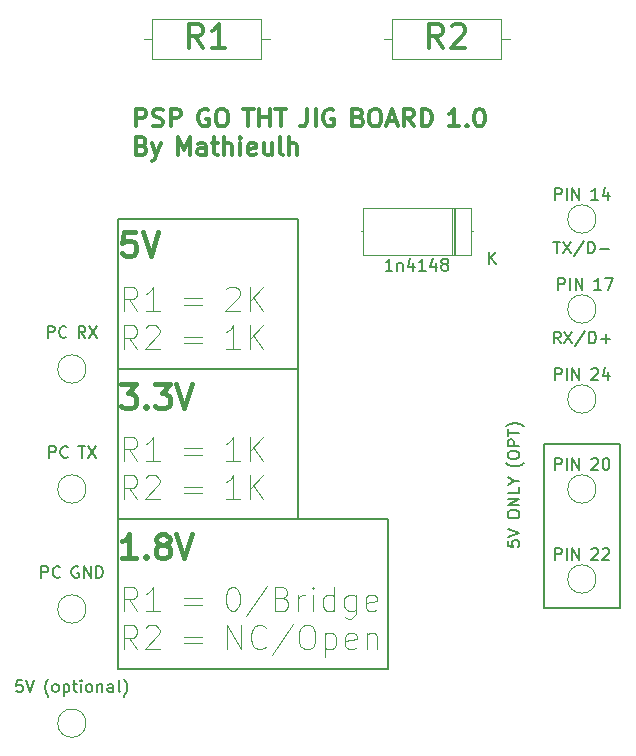
<source format=gbr>
%TF.GenerationSoftware,KiCad,Pcbnew,(7.0.0)*%
%TF.CreationDate,2023-08-25T11:49:27+02:00*%
%TF.ProjectId,JIG_THT,4a49475f-5448-4542-9e6b-696361645f70,rev?*%
%TF.SameCoordinates,Original*%
%TF.FileFunction,Legend,Top*%
%TF.FilePolarity,Positive*%
%FSLAX46Y46*%
G04 Gerber Fmt 4.6, Leading zero omitted, Abs format (unit mm)*
G04 Created by KiCad (PCBNEW (7.0.0)) date 2023-08-25 11:49:27*
%MOMM*%
%LPD*%
G01*
G04 APERTURE LIST*
%ADD10C,0.400000*%
%ADD11C,0.100000*%
%ADD12C,0.200000*%
%ADD13C,0.150000*%
%ADD14C,0.300000*%
%ADD15C,0.120000*%
G04 APERTURE END LIST*
D10*
X43523809Y-89664761D02*
X42380952Y-89664761D01*
X42952380Y-89664761D02*
X42952380Y-87664761D01*
X42952380Y-87664761D02*
X42761904Y-87950476D01*
X42761904Y-87950476D02*
X42571428Y-88140952D01*
X42571428Y-88140952D02*
X42380952Y-88236190D01*
X44380952Y-89474285D02*
X44476190Y-89569523D01*
X44476190Y-89569523D02*
X44380952Y-89664761D01*
X44380952Y-89664761D02*
X44285714Y-89569523D01*
X44285714Y-89569523D02*
X44380952Y-89474285D01*
X44380952Y-89474285D02*
X44380952Y-89664761D01*
X45619047Y-88521904D02*
X45428571Y-88426666D01*
X45428571Y-88426666D02*
X45333333Y-88331428D01*
X45333333Y-88331428D02*
X45238095Y-88140952D01*
X45238095Y-88140952D02*
X45238095Y-88045714D01*
X45238095Y-88045714D02*
X45333333Y-87855238D01*
X45333333Y-87855238D02*
X45428571Y-87760000D01*
X45428571Y-87760000D02*
X45619047Y-87664761D01*
X45619047Y-87664761D02*
X46000000Y-87664761D01*
X46000000Y-87664761D02*
X46190476Y-87760000D01*
X46190476Y-87760000D02*
X46285714Y-87855238D01*
X46285714Y-87855238D02*
X46380952Y-88045714D01*
X46380952Y-88045714D02*
X46380952Y-88140952D01*
X46380952Y-88140952D02*
X46285714Y-88331428D01*
X46285714Y-88331428D02*
X46190476Y-88426666D01*
X46190476Y-88426666D02*
X46000000Y-88521904D01*
X46000000Y-88521904D02*
X45619047Y-88521904D01*
X45619047Y-88521904D02*
X45428571Y-88617142D01*
X45428571Y-88617142D02*
X45333333Y-88712380D01*
X45333333Y-88712380D02*
X45238095Y-88902857D01*
X45238095Y-88902857D02*
X45238095Y-89283809D01*
X45238095Y-89283809D02*
X45333333Y-89474285D01*
X45333333Y-89474285D02*
X45428571Y-89569523D01*
X45428571Y-89569523D02*
X45619047Y-89664761D01*
X45619047Y-89664761D02*
X46000000Y-89664761D01*
X46000000Y-89664761D02*
X46190476Y-89569523D01*
X46190476Y-89569523D02*
X46285714Y-89474285D01*
X46285714Y-89474285D02*
X46380952Y-89283809D01*
X46380952Y-89283809D02*
X46380952Y-88902857D01*
X46380952Y-88902857D02*
X46285714Y-88712380D01*
X46285714Y-88712380D02*
X46190476Y-88617142D01*
X46190476Y-88617142D02*
X46000000Y-88521904D01*
X46952381Y-87664761D02*
X47619047Y-89664761D01*
X47619047Y-89664761D02*
X48285714Y-87664761D01*
D11*
X43619047Y-94114761D02*
X42952380Y-93162380D01*
X42476190Y-94114761D02*
X42476190Y-92114761D01*
X42476190Y-92114761D02*
X43238095Y-92114761D01*
X43238095Y-92114761D02*
X43428571Y-92210000D01*
X43428571Y-92210000D02*
X43523809Y-92305238D01*
X43523809Y-92305238D02*
X43619047Y-92495714D01*
X43619047Y-92495714D02*
X43619047Y-92781428D01*
X43619047Y-92781428D02*
X43523809Y-92971904D01*
X43523809Y-92971904D02*
X43428571Y-93067142D01*
X43428571Y-93067142D02*
X43238095Y-93162380D01*
X43238095Y-93162380D02*
X42476190Y-93162380D01*
X45523809Y-94114761D02*
X44380952Y-94114761D01*
X44952380Y-94114761D02*
X44952380Y-92114761D01*
X44952380Y-92114761D02*
X44761904Y-92400476D01*
X44761904Y-92400476D02*
X44571428Y-92590952D01*
X44571428Y-92590952D02*
X44380952Y-92686190D01*
X47580952Y-93067142D02*
X49104762Y-93067142D01*
X49104762Y-93638571D02*
X47580952Y-93638571D01*
X51638094Y-92114761D02*
X51828571Y-92114761D01*
X51828571Y-92114761D02*
X52019047Y-92210000D01*
X52019047Y-92210000D02*
X52114285Y-92305238D01*
X52114285Y-92305238D02*
X52209523Y-92495714D01*
X52209523Y-92495714D02*
X52304761Y-92876666D01*
X52304761Y-92876666D02*
X52304761Y-93352857D01*
X52304761Y-93352857D02*
X52209523Y-93733809D01*
X52209523Y-93733809D02*
X52114285Y-93924285D01*
X52114285Y-93924285D02*
X52019047Y-94019523D01*
X52019047Y-94019523D02*
X51828571Y-94114761D01*
X51828571Y-94114761D02*
X51638094Y-94114761D01*
X51638094Y-94114761D02*
X51447618Y-94019523D01*
X51447618Y-94019523D02*
X51352380Y-93924285D01*
X51352380Y-93924285D02*
X51257142Y-93733809D01*
X51257142Y-93733809D02*
X51161904Y-93352857D01*
X51161904Y-93352857D02*
X51161904Y-92876666D01*
X51161904Y-92876666D02*
X51257142Y-92495714D01*
X51257142Y-92495714D02*
X51352380Y-92305238D01*
X51352380Y-92305238D02*
X51447618Y-92210000D01*
X51447618Y-92210000D02*
X51638094Y-92114761D01*
X54590475Y-92019523D02*
X52876190Y-94590952D01*
X55923809Y-93067142D02*
X56209523Y-93162380D01*
X56209523Y-93162380D02*
X56304761Y-93257619D01*
X56304761Y-93257619D02*
X56399999Y-93448095D01*
X56399999Y-93448095D02*
X56399999Y-93733809D01*
X56399999Y-93733809D02*
X56304761Y-93924285D01*
X56304761Y-93924285D02*
X56209523Y-94019523D01*
X56209523Y-94019523D02*
X56019047Y-94114761D01*
X56019047Y-94114761D02*
X55257142Y-94114761D01*
X55257142Y-94114761D02*
X55257142Y-92114761D01*
X55257142Y-92114761D02*
X55923809Y-92114761D01*
X55923809Y-92114761D02*
X56114285Y-92210000D01*
X56114285Y-92210000D02*
X56209523Y-92305238D01*
X56209523Y-92305238D02*
X56304761Y-92495714D01*
X56304761Y-92495714D02*
X56304761Y-92686190D01*
X56304761Y-92686190D02*
X56209523Y-92876666D01*
X56209523Y-92876666D02*
X56114285Y-92971904D01*
X56114285Y-92971904D02*
X55923809Y-93067142D01*
X55923809Y-93067142D02*
X55257142Y-93067142D01*
X57257142Y-94114761D02*
X57257142Y-92781428D01*
X57257142Y-93162380D02*
X57352380Y-92971904D01*
X57352380Y-92971904D02*
X57447618Y-92876666D01*
X57447618Y-92876666D02*
X57638094Y-92781428D01*
X57638094Y-92781428D02*
X57828571Y-92781428D01*
X58495237Y-94114761D02*
X58495237Y-92781428D01*
X58495237Y-92114761D02*
X58399999Y-92210000D01*
X58399999Y-92210000D02*
X58495237Y-92305238D01*
X58495237Y-92305238D02*
X58590475Y-92210000D01*
X58590475Y-92210000D02*
X58495237Y-92114761D01*
X58495237Y-92114761D02*
X58495237Y-92305238D01*
X60304761Y-94114761D02*
X60304761Y-92114761D01*
X60304761Y-94019523D02*
X60114285Y-94114761D01*
X60114285Y-94114761D02*
X59733332Y-94114761D01*
X59733332Y-94114761D02*
X59542856Y-94019523D01*
X59542856Y-94019523D02*
X59447618Y-93924285D01*
X59447618Y-93924285D02*
X59352380Y-93733809D01*
X59352380Y-93733809D02*
X59352380Y-93162380D01*
X59352380Y-93162380D02*
X59447618Y-92971904D01*
X59447618Y-92971904D02*
X59542856Y-92876666D01*
X59542856Y-92876666D02*
X59733332Y-92781428D01*
X59733332Y-92781428D02*
X60114285Y-92781428D01*
X60114285Y-92781428D02*
X60304761Y-92876666D01*
X62114285Y-92781428D02*
X62114285Y-94400476D01*
X62114285Y-94400476D02*
X62019047Y-94590952D01*
X62019047Y-94590952D02*
X61923809Y-94686190D01*
X61923809Y-94686190D02*
X61733332Y-94781428D01*
X61733332Y-94781428D02*
X61447618Y-94781428D01*
X61447618Y-94781428D02*
X61257142Y-94686190D01*
X62114285Y-94019523D02*
X61923809Y-94114761D01*
X61923809Y-94114761D02*
X61542856Y-94114761D01*
X61542856Y-94114761D02*
X61352380Y-94019523D01*
X61352380Y-94019523D02*
X61257142Y-93924285D01*
X61257142Y-93924285D02*
X61161904Y-93733809D01*
X61161904Y-93733809D02*
X61161904Y-93162380D01*
X61161904Y-93162380D02*
X61257142Y-92971904D01*
X61257142Y-92971904D02*
X61352380Y-92876666D01*
X61352380Y-92876666D02*
X61542856Y-92781428D01*
X61542856Y-92781428D02*
X61923809Y-92781428D01*
X61923809Y-92781428D02*
X62114285Y-92876666D01*
X63828571Y-94019523D02*
X63638095Y-94114761D01*
X63638095Y-94114761D02*
X63257142Y-94114761D01*
X63257142Y-94114761D02*
X63066666Y-94019523D01*
X63066666Y-94019523D02*
X62971428Y-93829047D01*
X62971428Y-93829047D02*
X62971428Y-93067142D01*
X62971428Y-93067142D02*
X63066666Y-92876666D01*
X63066666Y-92876666D02*
X63257142Y-92781428D01*
X63257142Y-92781428D02*
X63638095Y-92781428D01*
X63638095Y-92781428D02*
X63828571Y-92876666D01*
X63828571Y-92876666D02*
X63923809Y-93067142D01*
X63923809Y-93067142D02*
X63923809Y-93257619D01*
X63923809Y-93257619D02*
X62971428Y-93448095D01*
X43619047Y-97354761D02*
X42952380Y-96402380D01*
X42476190Y-97354761D02*
X42476190Y-95354761D01*
X42476190Y-95354761D02*
X43238095Y-95354761D01*
X43238095Y-95354761D02*
X43428571Y-95450000D01*
X43428571Y-95450000D02*
X43523809Y-95545238D01*
X43523809Y-95545238D02*
X43619047Y-95735714D01*
X43619047Y-95735714D02*
X43619047Y-96021428D01*
X43619047Y-96021428D02*
X43523809Y-96211904D01*
X43523809Y-96211904D02*
X43428571Y-96307142D01*
X43428571Y-96307142D02*
X43238095Y-96402380D01*
X43238095Y-96402380D02*
X42476190Y-96402380D01*
X44380952Y-95545238D02*
X44476190Y-95450000D01*
X44476190Y-95450000D02*
X44666666Y-95354761D01*
X44666666Y-95354761D02*
X45142857Y-95354761D01*
X45142857Y-95354761D02*
X45333333Y-95450000D01*
X45333333Y-95450000D02*
X45428571Y-95545238D01*
X45428571Y-95545238D02*
X45523809Y-95735714D01*
X45523809Y-95735714D02*
X45523809Y-95926190D01*
X45523809Y-95926190D02*
X45428571Y-96211904D01*
X45428571Y-96211904D02*
X44285714Y-97354761D01*
X44285714Y-97354761D02*
X45523809Y-97354761D01*
X47580952Y-96307142D02*
X49104762Y-96307142D01*
X49104762Y-96878571D02*
X47580952Y-96878571D01*
X51257142Y-97354761D02*
X51257142Y-95354761D01*
X51257142Y-95354761D02*
X52399999Y-97354761D01*
X52399999Y-97354761D02*
X52399999Y-95354761D01*
X54495237Y-97164285D02*
X54399999Y-97259523D01*
X54399999Y-97259523D02*
X54114285Y-97354761D01*
X54114285Y-97354761D02*
X53923809Y-97354761D01*
X53923809Y-97354761D02*
X53638094Y-97259523D01*
X53638094Y-97259523D02*
X53447618Y-97069047D01*
X53447618Y-97069047D02*
X53352380Y-96878571D01*
X53352380Y-96878571D02*
X53257142Y-96497619D01*
X53257142Y-96497619D02*
X53257142Y-96211904D01*
X53257142Y-96211904D02*
X53352380Y-95830952D01*
X53352380Y-95830952D02*
X53447618Y-95640476D01*
X53447618Y-95640476D02*
X53638094Y-95450000D01*
X53638094Y-95450000D02*
X53923809Y-95354761D01*
X53923809Y-95354761D02*
X54114285Y-95354761D01*
X54114285Y-95354761D02*
X54399999Y-95450000D01*
X54399999Y-95450000D02*
X54495237Y-95545238D01*
X56780951Y-95259523D02*
X55066666Y-97830952D01*
X57828570Y-95354761D02*
X58209523Y-95354761D01*
X58209523Y-95354761D02*
X58399999Y-95450000D01*
X58399999Y-95450000D02*
X58590475Y-95640476D01*
X58590475Y-95640476D02*
X58685713Y-96021428D01*
X58685713Y-96021428D02*
X58685713Y-96688095D01*
X58685713Y-96688095D02*
X58590475Y-97069047D01*
X58590475Y-97069047D02*
X58399999Y-97259523D01*
X58399999Y-97259523D02*
X58209523Y-97354761D01*
X58209523Y-97354761D02*
X57828570Y-97354761D01*
X57828570Y-97354761D02*
X57638094Y-97259523D01*
X57638094Y-97259523D02*
X57447618Y-97069047D01*
X57447618Y-97069047D02*
X57352380Y-96688095D01*
X57352380Y-96688095D02*
X57352380Y-96021428D01*
X57352380Y-96021428D02*
X57447618Y-95640476D01*
X57447618Y-95640476D02*
X57638094Y-95450000D01*
X57638094Y-95450000D02*
X57828570Y-95354761D01*
X59542856Y-96021428D02*
X59542856Y-98021428D01*
X59542856Y-96116666D02*
X59733332Y-96021428D01*
X59733332Y-96021428D02*
X60114285Y-96021428D01*
X60114285Y-96021428D02*
X60304761Y-96116666D01*
X60304761Y-96116666D02*
X60399999Y-96211904D01*
X60399999Y-96211904D02*
X60495237Y-96402380D01*
X60495237Y-96402380D02*
X60495237Y-96973809D01*
X60495237Y-96973809D02*
X60399999Y-97164285D01*
X60399999Y-97164285D02*
X60304761Y-97259523D01*
X60304761Y-97259523D02*
X60114285Y-97354761D01*
X60114285Y-97354761D02*
X59733332Y-97354761D01*
X59733332Y-97354761D02*
X59542856Y-97259523D01*
X62114285Y-97259523D02*
X61923809Y-97354761D01*
X61923809Y-97354761D02*
X61542856Y-97354761D01*
X61542856Y-97354761D02*
X61352380Y-97259523D01*
X61352380Y-97259523D02*
X61257142Y-97069047D01*
X61257142Y-97069047D02*
X61257142Y-96307142D01*
X61257142Y-96307142D02*
X61352380Y-96116666D01*
X61352380Y-96116666D02*
X61542856Y-96021428D01*
X61542856Y-96021428D02*
X61923809Y-96021428D01*
X61923809Y-96021428D02*
X62114285Y-96116666D01*
X62114285Y-96116666D02*
X62209523Y-96307142D01*
X62209523Y-96307142D02*
X62209523Y-96497619D01*
X62209523Y-96497619D02*
X61257142Y-96688095D01*
X63066666Y-96021428D02*
X63066666Y-97354761D01*
X63066666Y-96211904D02*
X63161904Y-96116666D01*
X63161904Y-96116666D02*
X63352380Y-96021428D01*
X63352380Y-96021428D02*
X63638095Y-96021428D01*
X63638095Y-96021428D02*
X63828571Y-96116666D01*
X63828571Y-96116666D02*
X63923809Y-96307142D01*
X63923809Y-96307142D02*
X63923809Y-97354761D01*
D12*
X42000000Y-86360000D02*
X64860000Y-86360000D01*
X64860000Y-86360000D02*
X64860000Y-99060000D01*
X64860000Y-99060000D02*
X42000000Y-99060000D01*
X42000000Y-99060000D02*
X42000000Y-86360000D01*
X42000000Y-60960000D02*
X57240000Y-60960000D01*
X57240000Y-60960000D02*
X57240000Y-73660000D01*
X57240000Y-73660000D02*
X42000000Y-73660000D01*
X42000000Y-73660000D02*
X42000000Y-60960000D01*
X42000000Y-73660000D02*
X57240000Y-73660000D01*
X57240000Y-73660000D02*
X57240000Y-86360000D01*
X57240000Y-86360000D02*
X42000000Y-86360000D01*
X42000000Y-86360000D02*
X42000000Y-73660000D01*
X78090000Y-80000000D02*
X84470000Y-80000000D01*
X84470000Y-80000000D02*
X84470000Y-93900000D01*
X84470000Y-93900000D02*
X78090000Y-93900000D01*
X78090000Y-93900000D02*
X78090000Y-80000000D01*
X74982380Y-88185714D02*
X74982380Y-88661904D01*
X74982380Y-88661904D02*
X75458571Y-88709523D01*
X75458571Y-88709523D02*
X75410952Y-88661904D01*
X75410952Y-88661904D02*
X75363333Y-88566666D01*
X75363333Y-88566666D02*
X75363333Y-88328571D01*
X75363333Y-88328571D02*
X75410952Y-88233333D01*
X75410952Y-88233333D02*
X75458571Y-88185714D01*
X75458571Y-88185714D02*
X75553809Y-88138095D01*
X75553809Y-88138095D02*
X75791904Y-88138095D01*
X75791904Y-88138095D02*
X75887142Y-88185714D01*
X75887142Y-88185714D02*
X75934761Y-88233333D01*
X75934761Y-88233333D02*
X75982380Y-88328571D01*
X75982380Y-88328571D02*
X75982380Y-88566666D01*
X75982380Y-88566666D02*
X75934761Y-88661904D01*
X75934761Y-88661904D02*
X75887142Y-88709523D01*
X74982380Y-87852380D02*
X75982380Y-87519047D01*
X75982380Y-87519047D02*
X74982380Y-87185714D01*
X74982380Y-86061904D02*
X74982380Y-85871428D01*
X74982380Y-85871428D02*
X75030000Y-85776190D01*
X75030000Y-85776190D02*
X75125238Y-85680952D01*
X75125238Y-85680952D02*
X75315714Y-85633333D01*
X75315714Y-85633333D02*
X75649047Y-85633333D01*
X75649047Y-85633333D02*
X75839523Y-85680952D01*
X75839523Y-85680952D02*
X75934761Y-85776190D01*
X75934761Y-85776190D02*
X75982380Y-85871428D01*
X75982380Y-85871428D02*
X75982380Y-86061904D01*
X75982380Y-86061904D02*
X75934761Y-86157142D01*
X75934761Y-86157142D02*
X75839523Y-86252380D01*
X75839523Y-86252380D02*
X75649047Y-86299999D01*
X75649047Y-86299999D02*
X75315714Y-86299999D01*
X75315714Y-86299999D02*
X75125238Y-86252380D01*
X75125238Y-86252380D02*
X75030000Y-86157142D01*
X75030000Y-86157142D02*
X74982380Y-86061904D01*
X75982380Y-85204761D02*
X74982380Y-85204761D01*
X74982380Y-85204761D02*
X75982380Y-84633333D01*
X75982380Y-84633333D02*
X74982380Y-84633333D01*
X75982380Y-83680952D02*
X75982380Y-84157142D01*
X75982380Y-84157142D02*
X74982380Y-84157142D01*
X75506190Y-83157142D02*
X75982380Y-83157142D01*
X74982380Y-83490475D02*
X75506190Y-83157142D01*
X75506190Y-83157142D02*
X74982380Y-82823809D01*
X76363333Y-81604761D02*
X76315714Y-81652380D01*
X76315714Y-81652380D02*
X76172857Y-81747618D01*
X76172857Y-81747618D02*
X76077619Y-81795237D01*
X76077619Y-81795237D02*
X75934761Y-81842856D01*
X75934761Y-81842856D02*
X75696666Y-81890475D01*
X75696666Y-81890475D02*
X75506190Y-81890475D01*
X75506190Y-81890475D02*
X75268095Y-81842856D01*
X75268095Y-81842856D02*
X75125238Y-81795237D01*
X75125238Y-81795237D02*
X75030000Y-81747618D01*
X75030000Y-81747618D02*
X74887142Y-81652380D01*
X74887142Y-81652380D02*
X74839523Y-81604761D01*
X74982380Y-81033332D02*
X74982380Y-80842856D01*
X74982380Y-80842856D02*
X75030000Y-80747618D01*
X75030000Y-80747618D02*
X75125238Y-80652380D01*
X75125238Y-80652380D02*
X75315714Y-80604761D01*
X75315714Y-80604761D02*
X75649047Y-80604761D01*
X75649047Y-80604761D02*
X75839523Y-80652380D01*
X75839523Y-80652380D02*
X75934761Y-80747618D01*
X75934761Y-80747618D02*
X75982380Y-80842856D01*
X75982380Y-80842856D02*
X75982380Y-81033332D01*
X75982380Y-81033332D02*
X75934761Y-81128570D01*
X75934761Y-81128570D02*
X75839523Y-81223808D01*
X75839523Y-81223808D02*
X75649047Y-81271427D01*
X75649047Y-81271427D02*
X75315714Y-81271427D01*
X75315714Y-81271427D02*
X75125238Y-81223808D01*
X75125238Y-81223808D02*
X75030000Y-81128570D01*
X75030000Y-81128570D02*
X74982380Y-81033332D01*
X75982380Y-80176189D02*
X74982380Y-80176189D01*
X74982380Y-80176189D02*
X74982380Y-79795237D01*
X74982380Y-79795237D02*
X75030000Y-79699999D01*
X75030000Y-79699999D02*
X75077619Y-79652380D01*
X75077619Y-79652380D02*
X75172857Y-79604761D01*
X75172857Y-79604761D02*
X75315714Y-79604761D01*
X75315714Y-79604761D02*
X75410952Y-79652380D01*
X75410952Y-79652380D02*
X75458571Y-79699999D01*
X75458571Y-79699999D02*
X75506190Y-79795237D01*
X75506190Y-79795237D02*
X75506190Y-80176189D01*
X74982380Y-79319046D02*
X74982380Y-78747618D01*
X75982380Y-79033332D02*
X74982380Y-79033332D01*
X76363333Y-78509522D02*
X76315714Y-78461903D01*
X76315714Y-78461903D02*
X76172857Y-78366665D01*
X76172857Y-78366665D02*
X76077619Y-78319046D01*
X76077619Y-78319046D02*
X75934761Y-78271427D01*
X75934761Y-78271427D02*
X75696666Y-78223808D01*
X75696666Y-78223808D02*
X75506190Y-78223808D01*
X75506190Y-78223808D02*
X75268095Y-78271427D01*
X75268095Y-78271427D02*
X75125238Y-78319046D01*
X75125238Y-78319046D02*
X75030000Y-78366665D01*
X75030000Y-78366665D02*
X74887142Y-78461903D01*
X74887142Y-78461903D02*
X74839523Y-78509522D01*
D13*
X78875238Y-62867380D02*
X79446666Y-62867380D01*
X79160952Y-63867380D02*
X79160952Y-62867380D01*
X79684762Y-62867380D02*
X80351428Y-63867380D01*
X80351428Y-62867380D02*
X79684762Y-63867380D01*
X81446666Y-62819761D02*
X80589524Y-64105476D01*
X81780000Y-63867380D02*
X81780000Y-62867380D01*
X81780000Y-62867380D02*
X82018095Y-62867380D01*
X82018095Y-62867380D02*
X82160952Y-62915000D01*
X82160952Y-62915000D02*
X82256190Y-63010238D01*
X82256190Y-63010238D02*
X82303809Y-63105476D01*
X82303809Y-63105476D02*
X82351428Y-63295952D01*
X82351428Y-63295952D02*
X82351428Y-63438809D01*
X82351428Y-63438809D02*
X82303809Y-63629285D01*
X82303809Y-63629285D02*
X82256190Y-63724523D01*
X82256190Y-63724523D02*
X82160952Y-63819761D01*
X82160952Y-63819761D02*
X82018095Y-63867380D01*
X82018095Y-63867380D02*
X81780000Y-63867380D01*
X82780000Y-63486428D02*
X83541905Y-63486428D01*
D11*
X43619047Y-68714761D02*
X42952380Y-67762380D01*
X42476190Y-68714761D02*
X42476190Y-66714761D01*
X42476190Y-66714761D02*
X43238095Y-66714761D01*
X43238095Y-66714761D02*
X43428571Y-66810000D01*
X43428571Y-66810000D02*
X43523809Y-66905238D01*
X43523809Y-66905238D02*
X43619047Y-67095714D01*
X43619047Y-67095714D02*
X43619047Y-67381428D01*
X43619047Y-67381428D02*
X43523809Y-67571904D01*
X43523809Y-67571904D02*
X43428571Y-67667142D01*
X43428571Y-67667142D02*
X43238095Y-67762380D01*
X43238095Y-67762380D02*
X42476190Y-67762380D01*
X45523809Y-68714761D02*
X44380952Y-68714761D01*
X44952380Y-68714761D02*
X44952380Y-66714761D01*
X44952380Y-66714761D02*
X44761904Y-67000476D01*
X44761904Y-67000476D02*
X44571428Y-67190952D01*
X44571428Y-67190952D02*
X44380952Y-67286190D01*
X47580952Y-67667142D02*
X49104762Y-67667142D01*
X49104762Y-68238571D02*
X47580952Y-68238571D01*
X51161904Y-66905238D02*
X51257142Y-66810000D01*
X51257142Y-66810000D02*
X51447618Y-66714761D01*
X51447618Y-66714761D02*
X51923809Y-66714761D01*
X51923809Y-66714761D02*
X52114285Y-66810000D01*
X52114285Y-66810000D02*
X52209523Y-66905238D01*
X52209523Y-66905238D02*
X52304761Y-67095714D01*
X52304761Y-67095714D02*
X52304761Y-67286190D01*
X52304761Y-67286190D02*
X52209523Y-67571904D01*
X52209523Y-67571904D02*
X51066666Y-68714761D01*
X51066666Y-68714761D02*
X52304761Y-68714761D01*
X53161904Y-68714761D02*
X53161904Y-66714761D01*
X54304761Y-68714761D02*
X53447618Y-67571904D01*
X54304761Y-66714761D02*
X53161904Y-67857619D01*
X43619047Y-71954761D02*
X42952380Y-71002380D01*
X42476190Y-71954761D02*
X42476190Y-69954761D01*
X42476190Y-69954761D02*
X43238095Y-69954761D01*
X43238095Y-69954761D02*
X43428571Y-70050000D01*
X43428571Y-70050000D02*
X43523809Y-70145238D01*
X43523809Y-70145238D02*
X43619047Y-70335714D01*
X43619047Y-70335714D02*
X43619047Y-70621428D01*
X43619047Y-70621428D02*
X43523809Y-70811904D01*
X43523809Y-70811904D02*
X43428571Y-70907142D01*
X43428571Y-70907142D02*
X43238095Y-71002380D01*
X43238095Y-71002380D02*
X42476190Y-71002380D01*
X44380952Y-70145238D02*
X44476190Y-70050000D01*
X44476190Y-70050000D02*
X44666666Y-69954761D01*
X44666666Y-69954761D02*
X45142857Y-69954761D01*
X45142857Y-69954761D02*
X45333333Y-70050000D01*
X45333333Y-70050000D02*
X45428571Y-70145238D01*
X45428571Y-70145238D02*
X45523809Y-70335714D01*
X45523809Y-70335714D02*
X45523809Y-70526190D01*
X45523809Y-70526190D02*
X45428571Y-70811904D01*
X45428571Y-70811904D02*
X44285714Y-71954761D01*
X44285714Y-71954761D02*
X45523809Y-71954761D01*
X47580952Y-70907142D02*
X49104762Y-70907142D01*
X49104762Y-71478571D02*
X47580952Y-71478571D01*
X52304761Y-71954761D02*
X51161904Y-71954761D01*
X51733332Y-71954761D02*
X51733332Y-69954761D01*
X51733332Y-69954761D02*
X51542856Y-70240476D01*
X51542856Y-70240476D02*
X51352380Y-70430952D01*
X51352380Y-70430952D02*
X51161904Y-70526190D01*
X53161904Y-71954761D02*
X53161904Y-69954761D01*
X54304761Y-71954761D02*
X53447618Y-70811904D01*
X54304761Y-69954761D02*
X53161904Y-71097619D01*
D13*
X79470476Y-71487380D02*
X79137143Y-71011190D01*
X78899048Y-71487380D02*
X78899048Y-70487380D01*
X78899048Y-70487380D02*
X79280000Y-70487380D01*
X79280000Y-70487380D02*
X79375238Y-70535000D01*
X79375238Y-70535000D02*
X79422857Y-70582619D01*
X79422857Y-70582619D02*
X79470476Y-70677857D01*
X79470476Y-70677857D02*
X79470476Y-70820714D01*
X79470476Y-70820714D02*
X79422857Y-70915952D01*
X79422857Y-70915952D02*
X79375238Y-70963571D01*
X79375238Y-70963571D02*
X79280000Y-71011190D01*
X79280000Y-71011190D02*
X78899048Y-71011190D01*
X79803810Y-70487380D02*
X80470476Y-71487380D01*
X80470476Y-70487380D02*
X79803810Y-71487380D01*
X81565714Y-70439761D02*
X80708572Y-71725476D01*
X81899048Y-71487380D02*
X81899048Y-70487380D01*
X81899048Y-70487380D02*
X82137143Y-70487380D01*
X82137143Y-70487380D02*
X82280000Y-70535000D01*
X82280000Y-70535000D02*
X82375238Y-70630238D01*
X82375238Y-70630238D02*
X82422857Y-70725476D01*
X82422857Y-70725476D02*
X82470476Y-70915952D01*
X82470476Y-70915952D02*
X82470476Y-71058809D01*
X82470476Y-71058809D02*
X82422857Y-71249285D01*
X82422857Y-71249285D02*
X82375238Y-71344523D01*
X82375238Y-71344523D02*
X82280000Y-71439761D01*
X82280000Y-71439761D02*
X82137143Y-71487380D01*
X82137143Y-71487380D02*
X81899048Y-71487380D01*
X82899048Y-71106428D02*
X83660953Y-71106428D01*
X83280000Y-71487380D02*
X83280000Y-70725476D01*
D11*
X43619047Y-81414761D02*
X42952380Y-80462380D01*
X42476190Y-81414761D02*
X42476190Y-79414761D01*
X42476190Y-79414761D02*
X43238095Y-79414761D01*
X43238095Y-79414761D02*
X43428571Y-79510000D01*
X43428571Y-79510000D02*
X43523809Y-79605238D01*
X43523809Y-79605238D02*
X43619047Y-79795714D01*
X43619047Y-79795714D02*
X43619047Y-80081428D01*
X43619047Y-80081428D02*
X43523809Y-80271904D01*
X43523809Y-80271904D02*
X43428571Y-80367142D01*
X43428571Y-80367142D02*
X43238095Y-80462380D01*
X43238095Y-80462380D02*
X42476190Y-80462380D01*
X45523809Y-81414761D02*
X44380952Y-81414761D01*
X44952380Y-81414761D02*
X44952380Y-79414761D01*
X44952380Y-79414761D02*
X44761904Y-79700476D01*
X44761904Y-79700476D02*
X44571428Y-79890952D01*
X44571428Y-79890952D02*
X44380952Y-79986190D01*
X47580952Y-80367142D02*
X49104762Y-80367142D01*
X49104762Y-80938571D02*
X47580952Y-80938571D01*
X52304761Y-81414761D02*
X51161904Y-81414761D01*
X51733332Y-81414761D02*
X51733332Y-79414761D01*
X51733332Y-79414761D02*
X51542856Y-79700476D01*
X51542856Y-79700476D02*
X51352380Y-79890952D01*
X51352380Y-79890952D02*
X51161904Y-79986190D01*
X53161904Y-81414761D02*
X53161904Y-79414761D01*
X54304761Y-81414761D02*
X53447618Y-80271904D01*
X54304761Y-79414761D02*
X53161904Y-80557619D01*
X43619047Y-84654761D02*
X42952380Y-83702380D01*
X42476190Y-84654761D02*
X42476190Y-82654761D01*
X42476190Y-82654761D02*
X43238095Y-82654761D01*
X43238095Y-82654761D02*
X43428571Y-82750000D01*
X43428571Y-82750000D02*
X43523809Y-82845238D01*
X43523809Y-82845238D02*
X43619047Y-83035714D01*
X43619047Y-83035714D02*
X43619047Y-83321428D01*
X43619047Y-83321428D02*
X43523809Y-83511904D01*
X43523809Y-83511904D02*
X43428571Y-83607142D01*
X43428571Y-83607142D02*
X43238095Y-83702380D01*
X43238095Y-83702380D02*
X42476190Y-83702380D01*
X44380952Y-82845238D02*
X44476190Y-82750000D01*
X44476190Y-82750000D02*
X44666666Y-82654761D01*
X44666666Y-82654761D02*
X45142857Y-82654761D01*
X45142857Y-82654761D02*
X45333333Y-82750000D01*
X45333333Y-82750000D02*
X45428571Y-82845238D01*
X45428571Y-82845238D02*
X45523809Y-83035714D01*
X45523809Y-83035714D02*
X45523809Y-83226190D01*
X45523809Y-83226190D02*
X45428571Y-83511904D01*
X45428571Y-83511904D02*
X44285714Y-84654761D01*
X44285714Y-84654761D02*
X45523809Y-84654761D01*
X47580952Y-83607142D02*
X49104762Y-83607142D01*
X49104762Y-84178571D02*
X47580952Y-84178571D01*
X52304761Y-84654761D02*
X51161904Y-84654761D01*
X51733332Y-84654761D02*
X51733332Y-82654761D01*
X51733332Y-82654761D02*
X51542856Y-82940476D01*
X51542856Y-82940476D02*
X51352380Y-83130952D01*
X51352380Y-83130952D02*
X51161904Y-83226190D01*
X53161904Y-84654761D02*
X53161904Y-82654761D01*
X54304761Y-84654761D02*
X53447618Y-83511904D01*
X54304761Y-82654761D02*
X53161904Y-83797619D01*
D10*
X42285714Y-74964761D02*
X43523809Y-74964761D01*
X43523809Y-74964761D02*
X42857142Y-75726666D01*
X42857142Y-75726666D02*
X43142857Y-75726666D01*
X43142857Y-75726666D02*
X43333333Y-75821904D01*
X43333333Y-75821904D02*
X43428571Y-75917142D01*
X43428571Y-75917142D02*
X43523809Y-76107619D01*
X43523809Y-76107619D02*
X43523809Y-76583809D01*
X43523809Y-76583809D02*
X43428571Y-76774285D01*
X43428571Y-76774285D02*
X43333333Y-76869523D01*
X43333333Y-76869523D02*
X43142857Y-76964761D01*
X43142857Y-76964761D02*
X42571428Y-76964761D01*
X42571428Y-76964761D02*
X42380952Y-76869523D01*
X42380952Y-76869523D02*
X42285714Y-76774285D01*
X44380952Y-76774285D02*
X44476190Y-76869523D01*
X44476190Y-76869523D02*
X44380952Y-76964761D01*
X44380952Y-76964761D02*
X44285714Y-76869523D01*
X44285714Y-76869523D02*
X44380952Y-76774285D01*
X44380952Y-76774285D02*
X44380952Y-76964761D01*
X45142857Y-74964761D02*
X46380952Y-74964761D01*
X46380952Y-74964761D02*
X45714285Y-75726666D01*
X45714285Y-75726666D02*
X46000000Y-75726666D01*
X46000000Y-75726666D02*
X46190476Y-75821904D01*
X46190476Y-75821904D02*
X46285714Y-75917142D01*
X46285714Y-75917142D02*
X46380952Y-76107619D01*
X46380952Y-76107619D02*
X46380952Y-76583809D01*
X46380952Y-76583809D02*
X46285714Y-76774285D01*
X46285714Y-76774285D02*
X46190476Y-76869523D01*
X46190476Y-76869523D02*
X46000000Y-76964761D01*
X46000000Y-76964761D02*
X45428571Y-76964761D01*
X45428571Y-76964761D02*
X45238095Y-76869523D01*
X45238095Y-76869523D02*
X45142857Y-76774285D01*
X46952381Y-74964761D02*
X47619047Y-76964761D01*
X47619047Y-76964761D02*
X48285714Y-74964761D01*
D14*
X43537142Y-53123571D02*
X43537142Y-51623571D01*
X43537142Y-51623571D02*
X44108571Y-51623571D01*
X44108571Y-51623571D02*
X44251428Y-51695000D01*
X44251428Y-51695000D02*
X44322857Y-51766428D01*
X44322857Y-51766428D02*
X44394285Y-51909285D01*
X44394285Y-51909285D02*
X44394285Y-52123571D01*
X44394285Y-52123571D02*
X44322857Y-52266428D01*
X44322857Y-52266428D02*
X44251428Y-52337857D01*
X44251428Y-52337857D02*
X44108571Y-52409285D01*
X44108571Y-52409285D02*
X43537142Y-52409285D01*
X44965714Y-53052142D02*
X45180000Y-53123571D01*
X45180000Y-53123571D02*
X45537142Y-53123571D01*
X45537142Y-53123571D02*
X45680000Y-53052142D01*
X45680000Y-53052142D02*
X45751428Y-52980714D01*
X45751428Y-52980714D02*
X45822857Y-52837857D01*
X45822857Y-52837857D02*
X45822857Y-52695000D01*
X45822857Y-52695000D02*
X45751428Y-52552142D01*
X45751428Y-52552142D02*
X45680000Y-52480714D01*
X45680000Y-52480714D02*
X45537142Y-52409285D01*
X45537142Y-52409285D02*
X45251428Y-52337857D01*
X45251428Y-52337857D02*
X45108571Y-52266428D01*
X45108571Y-52266428D02*
X45037142Y-52195000D01*
X45037142Y-52195000D02*
X44965714Y-52052142D01*
X44965714Y-52052142D02*
X44965714Y-51909285D01*
X44965714Y-51909285D02*
X45037142Y-51766428D01*
X45037142Y-51766428D02*
X45108571Y-51695000D01*
X45108571Y-51695000D02*
X45251428Y-51623571D01*
X45251428Y-51623571D02*
X45608571Y-51623571D01*
X45608571Y-51623571D02*
X45822857Y-51695000D01*
X46465713Y-53123571D02*
X46465713Y-51623571D01*
X46465713Y-51623571D02*
X47037142Y-51623571D01*
X47037142Y-51623571D02*
X47179999Y-51695000D01*
X47179999Y-51695000D02*
X47251428Y-51766428D01*
X47251428Y-51766428D02*
X47322856Y-51909285D01*
X47322856Y-51909285D02*
X47322856Y-52123571D01*
X47322856Y-52123571D02*
X47251428Y-52266428D01*
X47251428Y-52266428D02*
X47179999Y-52337857D01*
X47179999Y-52337857D02*
X47037142Y-52409285D01*
X47037142Y-52409285D02*
X46465713Y-52409285D01*
X49651428Y-51695000D02*
X49508571Y-51623571D01*
X49508571Y-51623571D02*
X49294285Y-51623571D01*
X49294285Y-51623571D02*
X49079999Y-51695000D01*
X49079999Y-51695000D02*
X48937142Y-51837857D01*
X48937142Y-51837857D02*
X48865713Y-51980714D01*
X48865713Y-51980714D02*
X48794285Y-52266428D01*
X48794285Y-52266428D02*
X48794285Y-52480714D01*
X48794285Y-52480714D02*
X48865713Y-52766428D01*
X48865713Y-52766428D02*
X48937142Y-52909285D01*
X48937142Y-52909285D02*
X49079999Y-53052142D01*
X49079999Y-53052142D02*
X49294285Y-53123571D01*
X49294285Y-53123571D02*
X49437142Y-53123571D01*
X49437142Y-53123571D02*
X49651428Y-53052142D01*
X49651428Y-53052142D02*
X49722856Y-52980714D01*
X49722856Y-52980714D02*
X49722856Y-52480714D01*
X49722856Y-52480714D02*
X49437142Y-52480714D01*
X50651428Y-51623571D02*
X50937142Y-51623571D01*
X50937142Y-51623571D02*
X51079999Y-51695000D01*
X51079999Y-51695000D02*
X51222856Y-51837857D01*
X51222856Y-51837857D02*
X51294285Y-52123571D01*
X51294285Y-52123571D02*
X51294285Y-52623571D01*
X51294285Y-52623571D02*
X51222856Y-52909285D01*
X51222856Y-52909285D02*
X51079999Y-53052142D01*
X51079999Y-53052142D02*
X50937142Y-53123571D01*
X50937142Y-53123571D02*
X50651428Y-53123571D01*
X50651428Y-53123571D02*
X50508571Y-53052142D01*
X50508571Y-53052142D02*
X50365713Y-52909285D01*
X50365713Y-52909285D02*
X50294285Y-52623571D01*
X50294285Y-52623571D02*
X50294285Y-52123571D01*
X50294285Y-52123571D02*
X50365713Y-51837857D01*
X50365713Y-51837857D02*
X50508571Y-51695000D01*
X50508571Y-51695000D02*
X50651428Y-51623571D01*
X52622857Y-51623571D02*
X53480000Y-51623571D01*
X53051428Y-53123571D02*
X53051428Y-51623571D01*
X53979999Y-53123571D02*
X53979999Y-51623571D01*
X53979999Y-52337857D02*
X54837142Y-52337857D01*
X54837142Y-53123571D02*
X54837142Y-51623571D01*
X55337143Y-51623571D02*
X56194286Y-51623571D01*
X55765714Y-53123571D02*
X55765714Y-51623571D01*
X58022857Y-51623571D02*
X58022857Y-52695000D01*
X58022857Y-52695000D02*
X57951428Y-52909285D01*
X57951428Y-52909285D02*
X57808571Y-53052142D01*
X57808571Y-53052142D02*
X57594285Y-53123571D01*
X57594285Y-53123571D02*
X57451428Y-53123571D01*
X58737142Y-53123571D02*
X58737142Y-51623571D01*
X60237143Y-51695000D02*
X60094286Y-51623571D01*
X60094286Y-51623571D02*
X59880000Y-51623571D01*
X59880000Y-51623571D02*
X59665714Y-51695000D01*
X59665714Y-51695000D02*
X59522857Y-51837857D01*
X59522857Y-51837857D02*
X59451428Y-51980714D01*
X59451428Y-51980714D02*
X59380000Y-52266428D01*
X59380000Y-52266428D02*
X59380000Y-52480714D01*
X59380000Y-52480714D02*
X59451428Y-52766428D01*
X59451428Y-52766428D02*
X59522857Y-52909285D01*
X59522857Y-52909285D02*
X59665714Y-53052142D01*
X59665714Y-53052142D02*
X59880000Y-53123571D01*
X59880000Y-53123571D02*
X60022857Y-53123571D01*
X60022857Y-53123571D02*
X60237143Y-53052142D01*
X60237143Y-53052142D02*
X60308571Y-52980714D01*
X60308571Y-52980714D02*
X60308571Y-52480714D01*
X60308571Y-52480714D02*
X60022857Y-52480714D01*
X62351428Y-52337857D02*
X62565714Y-52409285D01*
X62565714Y-52409285D02*
X62637143Y-52480714D01*
X62637143Y-52480714D02*
X62708571Y-52623571D01*
X62708571Y-52623571D02*
X62708571Y-52837857D01*
X62708571Y-52837857D02*
X62637143Y-52980714D01*
X62637143Y-52980714D02*
X62565714Y-53052142D01*
X62565714Y-53052142D02*
X62422857Y-53123571D01*
X62422857Y-53123571D02*
X61851428Y-53123571D01*
X61851428Y-53123571D02*
X61851428Y-51623571D01*
X61851428Y-51623571D02*
X62351428Y-51623571D01*
X62351428Y-51623571D02*
X62494286Y-51695000D01*
X62494286Y-51695000D02*
X62565714Y-51766428D01*
X62565714Y-51766428D02*
X62637143Y-51909285D01*
X62637143Y-51909285D02*
X62637143Y-52052142D01*
X62637143Y-52052142D02*
X62565714Y-52195000D01*
X62565714Y-52195000D02*
X62494286Y-52266428D01*
X62494286Y-52266428D02*
X62351428Y-52337857D01*
X62351428Y-52337857D02*
X61851428Y-52337857D01*
X63637143Y-51623571D02*
X63922857Y-51623571D01*
X63922857Y-51623571D02*
X64065714Y-51695000D01*
X64065714Y-51695000D02*
X64208571Y-51837857D01*
X64208571Y-51837857D02*
X64280000Y-52123571D01*
X64280000Y-52123571D02*
X64280000Y-52623571D01*
X64280000Y-52623571D02*
X64208571Y-52909285D01*
X64208571Y-52909285D02*
X64065714Y-53052142D01*
X64065714Y-53052142D02*
X63922857Y-53123571D01*
X63922857Y-53123571D02*
X63637143Y-53123571D01*
X63637143Y-53123571D02*
X63494286Y-53052142D01*
X63494286Y-53052142D02*
X63351428Y-52909285D01*
X63351428Y-52909285D02*
X63280000Y-52623571D01*
X63280000Y-52623571D02*
X63280000Y-52123571D01*
X63280000Y-52123571D02*
X63351428Y-51837857D01*
X63351428Y-51837857D02*
X63494286Y-51695000D01*
X63494286Y-51695000D02*
X63637143Y-51623571D01*
X64851429Y-52695000D02*
X65565715Y-52695000D01*
X64708572Y-53123571D02*
X65208572Y-51623571D01*
X65208572Y-51623571D02*
X65708572Y-53123571D01*
X67065714Y-53123571D02*
X66565714Y-52409285D01*
X66208571Y-53123571D02*
X66208571Y-51623571D01*
X66208571Y-51623571D02*
X66780000Y-51623571D01*
X66780000Y-51623571D02*
X66922857Y-51695000D01*
X66922857Y-51695000D02*
X66994286Y-51766428D01*
X66994286Y-51766428D02*
X67065714Y-51909285D01*
X67065714Y-51909285D02*
X67065714Y-52123571D01*
X67065714Y-52123571D02*
X66994286Y-52266428D01*
X66994286Y-52266428D02*
X66922857Y-52337857D01*
X66922857Y-52337857D02*
X66780000Y-52409285D01*
X66780000Y-52409285D02*
X66208571Y-52409285D01*
X67708571Y-53123571D02*
X67708571Y-51623571D01*
X67708571Y-51623571D02*
X68065714Y-51623571D01*
X68065714Y-51623571D02*
X68280000Y-51695000D01*
X68280000Y-51695000D02*
X68422857Y-51837857D01*
X68422857Y-51837857D02*
X68494286Y-51980714D01*
X68494286Y-51980714D02*
X68565714Y-52266428D01*
X68565714Y-52266428D02*
X68565714Y-52480714D01*
X68565714Y-52480714D02*
X68494286Y-52766428D01*
X68494286Y-52766428D02*
X68422857Y-52909285D01*
X68422857Y-52909285D02*
X68280000Y-53052142D01*
X68280000Y-53052142D02*
X68065714Y-53123571D01*
X68065714Y-53123571D02*
X67708571Y-53123571D01*
X70894286Y-53123571D02*
X70037143Y-53123571D01*
X70465714Y-53123571D02*
X70465714Y-51623571D01*
X70465714Y-51623571D02*
X70322857Y-51837857D01*
X70322857Y-51837857D02*
X70180000Y-51980714D01*
X70180000Y-51980714D02*
X70037143Y-52052142D01*
X71537142Y-52980714D02*
X71608571Y-53052142D01*
X71608571Y-53052142D02*
X71537142Y-53123571D01*
X71537142Y-53123571D02*
X71465714Y-53052142D01*
X71465714Y-53052142D02*
X71537142Y-52980714D01*
X71537142Y-52980714D02*
X71537142Y-53123571D01*
X72537143Y-51623571D02*
X72680000Y-51623571D01*
X72680000Y-51623571D02*
X72822857Y-51695000D01*
X72822857Y-51695000D02*
X72894286Y-51766428D01*
X72894286Y-51766428D02*
X72965714Y-51909285D01*
X72965714Y-51909285D02*
X73037143Y-52195000D01*
X73037143Y-52195000D02*
X73037143Y-52552142D01*
X73037143Y-52552142D02*
X72965714Y-52837857D01*
X72965714Y-52837857D02*
X72894286Y-52980714D01*
X72894286Y-52980714D02*
X72822857Y-53052142D01*
X72822857Y-53052142D02*
X72680000Y-53123571D01*
X72680000Y-53123571D02*
X72537143Y-53123571D01*
X72537143Y-53123571D02*
X72394286Y-53052142D01*
X72394286Y-53052142D02*
X72322857Y-52980714D01*
X72322857Y-52980714D02*
X72251428Y-52837857D01*
X72251428Y-52837857D02*
X72180000Y-52552142D01*
X72180000Y-52552142D02*
X72180000Y-52195000D01*
X72180000Y-52195000D02*
X72251428Y-51909285D01*
X72251428Y-51909285D02*
X72322857Y-51766428D01*
X72322857Y-51766428D02*
X72394286Y-51695000D01*
X72394286Y-51695000D02*
X72537143Y-51623571D01*
X44037142Y-54767857D02*
X44251428Y-54839285D01*
X44251428Y-54839285D02*
X44322857Y-54910714D01*
X44322857Y-54910714D02*
X44394285Y-55053571D01*
X44394285Y-55053571D02*
X44394285Y-55267857D01*
X44394285Y-55267857D02*
X44322857Y-55410714D01*
X44322857Y-55410714D02*
X44251428Y-55482142D01*
X44251428Y-55482142D02*
X44108571Y-55553571D01*
X44108571Y-55553571D02*
X43537142Y-55553571D01*
X43537142Y-55553571D02*
X43537142Y-54053571D01*
X43537142Y-54053571D02*
X44037142Y-54053571D01*
X44037142Y-54053571D02*
X44180000Y-54125000D01*
X44180000Y-54125000D02*
X44251428Y-54196428D01*
X44251428Y-54196428D02*
X44322857Y-54339285D01*
X44322857Y-54339285D02*
X44322857Y-54482142D01*
X44322857Y-54482142D02*
X44251428Y-54625000D01*
X44251428Y-54625000D02*
X44180000Y-54696428D01*
X44180000Y-54696428D02*
X44037142Y-54767857D01*
X44037142Y-54767857D02*
X43537142Y-54767857D01*
X44894285Y-54553571D02*
X45251428Y-55553571D01*
X45608571Y-54553571D02*
X45251428Y-55553571D01*
X45251428Y-55553571D02*
X45108571Y-55910714D01*
X45108571Y-55910714D02*
X45037142Y-55982142D01*
X45037142Y-55982142D02*
X44894285Y-56053571D01*
X47079999Y-55553571D02*
X47079999Y-54053571D01*
X47079999Y-54053571D02*
X47579999Y-55125000D01*
X47579999Y-55125000D02*
X48079999Y-54053571D01*
X48079999Y-54053571D02*
X48079999Y-55553571D01*
X49437143Y-55553571D02*
X49437143Y-54767857D01*
X49437143Y-54767857D02*
X49365714Y-54625000D01*
X49365714Y-54625000D02*
X49222857Y-54553571D01*
X49222857Y-54553571D02*
X48937143Y-54553571D01*
X48937143Y-54553571D02*
X48794285Y-54625000D01*
X49437143Y-55482142D02*
X49294285Y-55553571D01*
X49294285Y-55553571D02*
X48937143Y-55553571D01*
X48937143Y-55553571D02*
X48794285Y-55482142D01*
X48794285Y-55482142D02*
X48722857Y-55339285D01*
X48722857Y-55339285D02*
X48722857Y-55196428D01*
X48722857Y-55196428D02*
X48794285Y-55053571D01*
X48794285Y-55053571D02*
X48937143Y-54982142D01*
X48937143Y-54982142D02*
X49294285Y-54982142D01*
X49294285Y-54982142D02*
X49437143Y-54910714D01*
X49937143Y-54553571D02*
X50508571Y-54553571D01*
X50151428Y-54053571D02*
X50151428Y-55339285D01*
X50151428Y-55339285D02*
X50222857Y-55482142D01*
X50222857Y-55482142D02*
X50365714Y-55553571D01*
X50365714Y-55553571D02*
X50508571Y-55553571D01*
X51008571Y-55553571D02*
X51008571Y-54053571D01*
X51651429Y-55553571D02*
X51651429Y-54767857D01*
X51651429Y-54767857D02*
X51580000Y-54625000D01*
X51580000Y-54625000D02*
X51437143Y-54553571D01*
X51437143Y-54553571D02*
X51222857Y-54553571D01*
X51222857Y-54553571D02*
X51080000Y-54625000D01*
X51080000Y-54625000D02*
X51008571Y-54696428D01*
X52365714Y-55553571D02*
X52365714Y-54553571D01*
X52365714Y-54053571D02*
X52294286Y-54125000D01*
X52294286Y-54125000D02*
X52365714Y-54196428D01*
X52365714Y-54196428D02*
X52437143Y-54125000D01*
X52437143Y-54125000D02*
X52365714Y-54053571D01*
X52365714Y-54053571D02*
X52365714Y-54196428D01*
X53651429Y-55482142D02*
X53508572Y-55553571D01*
X53508572Y-55553571D02*
X53222858Y-55553571D01*
X53222858Y-55553571D02*
X53080000Y-55482142D01*
X53080000Y-55482142D02*
X53008572Y-55339285D01*
X53008572Y-55339285D02*
X53008572Y-54767857D01*
X53008572Y-54767857D02*
X53080000Y-54625000D01*
X53080000Y-54625000D02*
X53222858Y-54553571D01*
X53222858Y-54553571D02*
X53508572Y-54553571D01*
X53508572Y-54553571D02*
X53651429Y-54625000D01*
X53651429Y-54625000D02*
X53722858Y-54767857D01*
X53722858Y-54767857D02*
X53722858Y-54910714D01*
X53722858Y-54910714D02*
X53008572Y-55053571D01*
X55008572Y-54553571D02*
X55008572Y-55553571D01*
X54365714Y-54553571D02*
X54365714Y-55339285D01*
X54365714Y-55339285D02*
X54437143Y-55482142D01*
X54437143Y-55482142D02*
X54580000Y-55553571D01*
X54580000Y-55553571D02*
X54794286Y-55553571D01*
X54794286Y-55553571D02*
X54937143Y-55482142D01*
X54937143Y-55482142D02*
X55008572Y-55410714D01*
X55937143Y-55553571D02*
X55794286Y-55482142D01*
X55794286Y-55482142D02*
X55722857Y-55339285D01*
X55722857Y-55339285D02*
X55722857Y-54053571D01*
X56508571Y-55553571D02*
X56508571Y-54053571D01*
X57151429Y-55553571D02*
X57151429Y-54767857D01*
X57151429Y-54767857D02*
X57080000Y-54625000D01*
X57080000Y-54625000D02*
X56937143Y-54553571D01*
X56937143Y-54553571D02*
X56722857Y-54553571D01*
X56722857Y-54553571D02*
X56580000Y-54625000D01*
X56580000Y-54625000D02*
X56508571Y-54696428D01*
D10*
X43428571Y-62064761D02*
X42476190Y-62064761D01*
X42476190Y-62064761D02*
X42380952Y-63017142D01*
X42380952Y-63017142D02*
X42476190Y-62921904D01*
X42476190Y-62921904D02*
X42666666Y-62826666D01*
X42666666Y-62826666D02*
X43142857Y-62826666D01*
X43142857Y-62826666D02*
X43333333Y-62921904D01*
X43333333Y-62921904D02*
X43428571Y-63017142D01*
X43428571Y-63017142D02*
X43523809Y-63207619D01*
X43523809Y-63207619D02*
X43523809Y-63683809D01*
X43523809Y-63683809D02*
X43428571Y-63874285D01*
X43428571Y-63874285D02*
X43333333Y-63969523D01*
X43333333Y-63969523D02*
X43142857Y-64064761D01*
X43142857Y-64064761D02*
X42666666Y-64064761D01*
X42666666Y-64064761D02*
X42476190Y-63969523D01*
X42476190Y-63969523D02*
X42380952Y-63874285D01*
X44095238Y-62064761D02*
X44761904Y-64064761D01*
X44761904Y-64064761D02*
X45428571Y-62064761D01*
D13*
%TO.C,1n4148*%
X65238571Y-65337380D02*
X64667143Y-65337380D01*
X64952857Y-65337380D02*
X64952857Y-64337380D01*
X64952857Y-64337380D02*
X64857619Y-64480238D01*
X64857619Y-64480238D02*
X64762381Y-64575476D01*
X64762381Y-64575476D02*
X64667143Y-64623095D01*
X65667143Y-64670714D02*
X65667143Y-65337380D01*
X65667143Y-64765952D02*
X65714762Y-64718333D01*
X65714762Y-64718333D02*
X65810000Y-64670714D01*
X65810000Y-64670714D02*
X65952857Y-64670714D01*
X65952857Y-64670714D02*
X66048095Y-64718333D01*
X66048095Y-64718333D02*
X66095714Y-64813571D01*
X66095714Y-64813571D02*
X66095714Y-65337380D01*
X67000476Y-64670714D02*
X67000476Y-65337380D01*
X66762381Y-64289761D02*
X66524286Y-65004047D01*
X66524286Y-65004047D02*
X67143333Y-65004047D01*
X68048095Y-65337380D02*
X67476667Y-65337380D01*
X67762381Y-65337380D02*
X67762381Y-64337380D01*
X67762381Y-64337380D02*
X67667143Y-64480238D01*
X67667143Y-64480238D02*
X67571905Y-64575476D01*
X67571905Y-64575476D02*
X67476667Y-64623095D01*
X68905238Y-64670714D02*
X68905238Y-65337380D01*
X68667143Y-64289761D02*
X68429048Y-65004047D01*
X68429048Y-65004047D02*
X69048095Y-65004047D01*
X69571905Y-64765952D02*
X69476667Y-64718333D01*
X69476667Y-64718333D02*
X69429048Y-64670714D01*
X69429048Y-64670714D02*
X69381429Y-64575476D01*
X69381429Y-64575476D02*
X69381429Y-64527857D01*
X69381429Y-64527857D02*
X69429048Y-64432619D01*
X69429048Y-64432619D02*
X69476667Y-64385000D01*
X69476667Y-64385000D02*
X69571905Y-64337380D01*
X69571905Y-64337380D02*
X69762381Y-64337380D01*
X69762381Y-64337380D02*
X69857619Y-64385000D01*
X69857619Y-64385000D02*
X69905238Y-64432619D01*
X69905238Y-64432619D02*
X69952857Y-64527857D01*
X69952857Y-64527857D02*
X69952857Y-64575476D01*
X69952857Y-64575476D02*
X69905238Y-64670714D01*
X69905238Y-64670714D02*
X69857619Y-64718333D01*
X69857619Y-64718333D02*
X69762381Y-64765952D01*
X69762381Y-64765952D02*
X69571905Y-64765952D01*
X69571905Y-64765952D02*
X69476667Y-64813571D01*
X69476667Y-64813571D02*
X69429048Y-64861190D01*
X69429048Y-64861190D02*
X69381429Y-64956428D01*
X69381429Y-64956428D02*
X69381429Y-65146904D01*
X69381429Y-65146904D02*
X69429048Y-65242142D01*
X69429048Y-65242142D02*
X69476667Y-65289761D01*
X69476667Y-65289761D02*
X69571905Y-65337380D01*
X69571905Y-65337380D02*
X69762381Y-65337380D01*
X69762381Y-65337380D02*
X69857619Y-65289761D01*
X69857619Y-65289761D02*
X69905238Y-65242142D01*
X69905238Y-65242142D02*
X69952857Y-65146904D01*
X69952857Y-65146904D02*
X69952857Y-64956428D01*
X69952857Y-64956428D02*
X69905238Y-64861190D01*
X69905238Y-64861190D02*
X69857619Y-64813571D01*
X69857619Y-64813571D02*
X69762381Y-64765952D01*
X73398095Y-64767380D02*
X73398095Y-63767380D01*
X73969523Y-64767380D02*
X73540952Y-64195952D01*
X73969523Y-63767380D02*
X73398095Y-64338809D01*
%TO.C,PIN 24*%
X79003810Y-74569380D02*
X79003810Y-73569380D01*
X79003810Y-73569380D02*
X79384762Y-73569380D01*
X79384762Y-73569380D02*
X79480000Y-73617000D01*
X79480000Y-73617000D02*
X79527619Y-73664619D01*
X79527619Y-73664619D02*
X79575238Y-73759857D01*
X79575238Y-73759857D02*
X79575238Y-73902714D01*
X79575238Y-73902714D02*
X79527619Y-73997952D01*
X79527619Y-73997952D02*
X79480000Y-74045571D01*
X79480000Y-74045571D02*
X79384762Y-74093190D01*
X79384762Y-74093190D02*
X79003810Y-74093190D01*
X80003810Y-74569380D02*
X80003810Y-73569380D01*
X80480000Y-74569380D02*
X80480000Y-73569380D01*
X80480000Y-73569380D02*
X81051428Y-74569380D01*
X81051428Y-74569380D02*
X81051428Y-73569380D01*
X82080000Y-73664619D02*
X82127619Y-73617000D01*
X82127619Y-73617000D02*
X82222857Y-73569380D01*
X82222857Y-73569380D02*
X82460952Y-73569380D01*
X82460952Y-73569380D02*
X82556190Y-73617000D01*
X82556190Y-73617000D02*
X82603809Y-73664619D01*
X82603809Y-73664619D02*
X82651428Y-73759857D01*
X82651428Y-73759857D02*
X82651428Y-73855095D01*
X82651428Y-73855095D02*
X82603809Y-73997952D01*
X82603809Y-73997952D02*
X82032381Y-74569380D01*
X82032381Y-74569380D02*
X82651428Y-74569380D01*
X83508571Y-73902714D02*
X83508571Y-74569380D01*
X83270476Y-73521761D02*
X83032381Y-74236047D01*
X83032381Y-74236047D02*
X83651428Y-74236047D01*
%TO.C,PC TX*%
X36180952Y-81189380D02*
X36180952Y-80189380D01*
X36180952Y-80189380D02*
X36561904Y-80189380D01*
X36561904Y-80189380D02*
X36657142Y-80237000D01*
X36657142Y-80237000D02*
X36704761Y-80284619D01*
X36704761Y-80284619D02*
X36752380Y-80379857D01*
X36752380Y-80379857D02*
X36752380Y-80522714D01*
X36752380Y-80522714D02*
X36704761Y-80617952D01*
X36704761Y-80617952D02*
X36657142Y-80665571D01*
X36657142Y-80665571D02*
X36561904Y-80713190D01*
X36561904Y-80713190D02*
X36180952Y-80713190D01*
X37752380Y-81094142D02*
X37704761Y-81141761D01*
X37704761Y-81141761D02*
X37561904Y-81189380D01*
X37561904Y-81189380D02*
X37466666Y-81189380D01*
X37466666Y-81189380D02*
X37323809Y-81141761D01*
X37323809Y-81141761D02*
X37228571Y-81046523D01*
X37228571Y-81046523D02*
X37180952Y-80951285D01*
X37180952Y-80951285D02*
X37133333Y-80760809D01*
X37133333Y-80760809D02*
X37133333Y-80617952D01*
X37133333Y-80617952D02*
X37180952Y-80427476D01*
X37180952Y-80427476D02*
X37228571Y-80332238D01*
X37228571Y-80332238D02*
X37323809Y-80237000D01*
X37323809Y-80237000D02*
X37466666Y-80189380D01*
X37466666Y-80189380D02*
X37561904Y-80189380D01*
X37561904Y-80189380D02*
X37704761Y-80237000D01*
X37704761Y-80237000D02*
X37752380Y-80284619D01*
X38638095Y-80189380D02*
X39209523Y-80189380D01*
X38923809Y-81189380D02*
X38923809Y-80189380D01*
X39447619Y-80189380D02*
X40114285Y-81189380D01*
X40114285Y-80189380D02*
X39447619Y-81189380D01*
D14*
%TO.C,R2*%
X69516666Y-46454761D02*
X68849999Y-45502380D01*
X68373809Y-46454761D02*
X68373809Y-44454761D01*
X68373809Y-44454761D02*
X69135714Y-44454761D01*
X69135714Y-44454761D02*
X69326190Y-44550000D01*
X69326190Y-44550000D02*
X69421428Y-44645238D01*
X69421428Y-44645238D02*
X69516666Y-44835714D01*
X69516666Y-44835714D02*
X69516666Y-45121428D01*
X69516666Y-45121428D02*
X69421428Y-45311904D01*
X69421428Y-45311904D02*
X69326190Y-45407142D01*
X69326190Y-45407142D02*
X69135714Y-45502380D01*
X69135714Y-45502380D02*
X68373809Y-45502380D01*
X70278571Y-44645238D02*
X70373809Y-44550000D01*
X70373809Y-44550000D02*
X70564285Y-44454761D01*
X70564285Y-44454761D02*
X71040476Y-44454761D01*
X71040476Y-44454761D02*
X71230952Y-44550000D01*
X71230952Y-44550000D02*
X71326190Y-44645238D01*
X71326190Y-44645238D02*
X71421428Y-44835714D01*
X71421428Y-44835714D02*
X71421428Y-45026190D01*
X71421428Y-45026190D02*
X71326190Y-45311904D01*
X71326190Y-45311904D02*
X70183333Y-46454761D01*
X70183333Y-46454761D02*
X71421428Y-46454761D01*
D13*
%TO.C,PIN 20*%
X79003810Y-82189380D02*
X79003810Y-81189380D01*
X79003810Y-81189380D02*
X79384762Y-81189380D01*
X79384762Y-81189380D02*
X79480000Y-81237000D01*
X79480000Y-81237000D02*
X79527619Y-81284619D01*
X79527619Y-81284619D02*
X79575238Y-81379857D01*
X79575238Y-81379857D02*
X79575238Y-81522714D01*
X79575238Y-81522714D02*
X79527619Y-81617952D01*
X79527619Y-81617952D02*
X79480000Y-81665571D01*
X79480000Y-81665571D02*
X79384762Y-81713190D01*
X79384762Y-81713190D02*
X79003810Y-81713190D01*
X80003810Y-82189380D02*
X80003810Y-81189380D01*
X80480000Y-82189380D02*
X80480000Y-81189380D01*
X80480000Y-81189380D02*
X81051428Y-82189380D01*
X81051428Y-82189380D02*
X81051428Y-81189380D01*
X82080000Y-81284619D02*
X82127619Y-81237000D01*
X82127619Y-81237000D02*
X82222857Y-81189380D01*
X82222857Y-81189380D02*
X82460952Y-81189380D01*
X82460952Y-81189380D02*
X82556190Y-81237000D01*
X82556190Y-81237000D02*
X82603809Y-81284619D01*
X82603809Y-81284619D02*
X82651428Y-81379857D01*
X82651428Y-81379857D02*
X82651428Y-81475095D01*
X82651428Y-81475095D02*
X82603809Y-81617952D01*
X82603809Y-81617952D02*
X82032381Y-82189380D01*
X82032381Y-82189380D02*
X82651428Y-82189380D01*
X83270476Y-81189380D02*
X83365714Y-81189380D01*
X83365714Y-81189380D02*
X83460952Y-81237000D01*
X83460952Y-81237000D02*
X83508571Y-81284619D01*
X83508571Y-81284619D02*
X83556190Y-81379857D01*
X83556190Y-81379857D02*
X83603809Y-81570333D01*
X83603809Y-81570333D02*
X83603809Y-81808428D01*
X83603809Y-81808428D02*
X83556190Y-81998904D01*
X83556190Y-81998904D02*
X83508571Y-82094142D01*
X83508571Y-82094142D02*
X83460952Y-82141761D01*
X83460952Y-82141761D02*
X83365714Y-82189380D01*
X83365714Y-82189380D02*
X83270476Y-82189380D01*
X83270476Y-82189380D02*
X83175238Y-82141761D01*
X83175238Y-82141761D02*
X83127619Y-82094142D01*
X83127619Y-82094142D02*
X83080000Y-81998904D01*
X83080000Y-81998904D02*
X83032381Y-81808428D01*
X83032381Y-81808428D02*
X83032381Y-81570333D01*
X83032381Y-81570333D02*
X83080000Y-81379857D01*
X83080000Y-81379857D02*
X83127619Y-81284619D01*
X83127619Y-81284619D02*
X83175238Y-81237000D01*
X83175238Y-81237000D02*
X83270476Y-81189380D01*
%TO.C,PIN 14*%
X79003810Y-59329380D02*
X79003810Y-58329380D01*
X79003810Y-58329380D02*
X79384762Y-58329380D01*
X79384762Y-58329380D02*
X79480000Y-58377000D01*
X79480000Y-58377000D02*
X79527619Y-58424619D01*
X79527619Y-58424619D02*
X79575238Y-58519857D01*
X79575238Y-58519857D02*
X79575238Y-58662714D01*
X79575238Y-58662714D02*
X79527619Y-58757952D01*
X79527619Y-58757952D02*
X79480000Y-58805571D01*
X79480000Y-58805571D02*
X79384762Y-58853190D01*
X79384762Y-58853190D02*
X79003810Y-58853190D01*
X80003810Y-59329380D02*
X80003810Y-58329380D01*
X80480000Y-59329380D02*
X80480000Y-58329380D01*
X80480000Y-58329380D02*
X81051428Y-59329380D01*
X81051428Y-59329380D02*
X81051428Y-58329380D01*
X82651428Y-59329380D02*
X82080000Y-59329380D01*
X82365714Y-59329380D02*
X82365714Y-58329380D01*
X82365714Y-58329380D02*
X82270476Y-58472238D01*
X82270476Y-58472238D02*
X82175238Y-58567476D01*
X82175238Y-58567476D02*
X82080000Y-58615095D01*
X83508571Y-58662714D02*
X83508571Y-59329380D01*
X83270476Y-58281761D02*
X83032381Y-58996047D01*
X83032381Y-58996047D02*
X83651428Y-58996047D01*
%TO.C,PIN 22*%
X79003810Y-89809380D02*
X79003810Y-88809380D01*
X79003810Y-88809380D02*
X79384762Y-88809380D01*
X79384762Y-88809380D02*
X79480000Y-88857000D01*
X79480000Y-88857000D02*
X79527619Y-88904619D01*
X79527619Y-88904619D02*
X79575238Y-88999857D01*
X79575238Y-88999857D02*
X79575238Y-89142714D01*
X79575238Y-89142714D02*
X79527619Y-89237952D01*
X79527619Y-89237952D02*
X79480000Y-89285571D01*
X79480000Y-89285571D02*
X79384762Y-89333190D01*
X79384762Y-89333190D02*
X79003810Y-89333190D01*
X80003810Y-89809380D02*
X80003810Y-88809380D01*
X80480000Y-89809380D02*
X80480000Y-88809380D01*
X80480000Y-88809380D02*
X81051428Y-89809380D01*
X81051428Y-89809380D02*
X81051428Y-88809380D01*
X82080000Y-88904619D02*
X82127619Y-88857000D01*
X82127619Y-88857000D02*
X82222857Y-88809380D01*
X82222857Y-88809380D02*
X82460952Y-88809380D01*
X82460952Y-88809380D02*
X82556190Y-88857000D01*
X82556190Y-88857000D02*
X82603809Y-88904619D01*
X82603809Y-88904619D02*
X82651428Y-88999857D01*
X82651428Y-88999857D02*
X82651428Y-89095095D01*
X82651428Y-89095095D02*
X82603809Y-89237952D01*
X82603809Y-89237952D02*
X82032381Y-89809380D01*
X82032381Y-89809380D02*
X82651428Y-89809380D01*
X83032381Y-88904619D02*
X83080000Y-88857000D01*
X83080000Y-88857000D02*
X83175238Y-88809380D01*
X83175238Y-88809380D02*
X83413333Y-88809380D01*
X83413333Y-88809380D02*
X83508571Y-88857000D01*
X83508571Y-88857000D02*
X83556190Y-88904619D01*
X83556190Y-88904619D02*
X83603809Y-88999857D01*
X83603809Y-88999857D02*
X83603809Y-89095095D01*
X83603809Y-89095095D02*
X83556190Y-89237952D01*
X83556190Y-89237952D02*
X82984762Y-89809380D01*
X82984762Y-89809380D02*
X83603809Y-89809380D01*
%TO.C,PIN 17*%
X79263810Y-66949380D02*
X79263810Y-65949380D01*
X79263810Y-65949380D02*
X79644762Y-65949380D01*
X79644762Y-65949380D02*
X79740000Y-65997000D01*
X79740000Y-65997000D02*
X79787619Y-66044619D01*
X79787619Y-66044619D02*
X79835238Y-66139857D01*
X79835238Y-66139857D02*
X79835238Y-66282714D01*
X79835238Y-66282714D02*
X79787619Y-66377952D01*
X79787619Y-66377952D02*
X79740000Y-66425571D01*
X79740000Y-66425571D02*
X79644762Y-66473190D01*
X79644762Y-66473190D02*
X79263810Y-66473190D01*
X80263810Y-66949380D02*
X80263810Y-65949380D01*
X80740000Y-66949380D02*
X80740000Y-65949380D01*
X80740000Y-65949380D02*
X81311428Y-66949380D01*
X81311428Y-66949380D02*
X81311428Y-65949380D01*
X82911428Y-66949380D02*
X82340000Y-66949380D01*
X82625714Y-66949380D02*
X82625714Y-65949380D01*
X82625714Y-65949380D02*
X82530476Y-66092238D01*
X82530476Y-66092238D02*
X82435238Y-66187476D01*
X82435238Y-66187476D02*
X82340000Y-66235095D01*
X83244762Y-65949380D02*
X83911428Y-65949380D01*
X83911428Y-65949380D02*
X83482857Y-66949380D01*
%TO.C,5V (optional)*%
X33895237Y-100007324D02*
X33419047Y-100007324D01*
X33419047Y-100007324D02*
X33371428Y-100483515D01*
X33371428Y-100483515D02*
X33419047Y-100435896D01*
X33419047Y-100435896D02*
X33514285Y-100388277D01*
X33514285Y-100388277D02*
X33752380Y-100388277D01*
X33752380Y-100388277D02*
X33847618Y-100435896D01*
X33847618Y-100435896D02*
X33895237Y-100483515D01*
X33895237Y-100483515D02*
X33942856Y-100578753D01*
X33942856Y-100578753D02*
X33942856Y-100816848D01*
X33942856Y-100816848D02*
X33895237Y-100912086D01*
X33895237Y-100912086D02*
X33847618Y-100959705D01*
X33847618Y-100959705D02*
X33752380Y-101007324D01*
X33752380Y-101007324D02*
X33514285Y-101007324D01*
X33514285Y-101007324D02*
X33419047Y-100959705D01*
X33419047Y-100959705D02*
X33371428Y-100912086D01*
X34228571Y-100007324D02*
X34561904Y-101007324D01*
X34561904Y-101007324D02*
X34895237Y-100007324D01*
X36114285Y-101388277D02*
X36066666Y-101340658D01*
X36066666Y-101340658D02*
X35971428Y-101197801D01*
X35971428Y-101197801D02*
X35923809Y-101102563D01*
X35923809Y-101102563D02*
X35876190Y-100959705D01*
X35876190Y-100959705D02*
X35828571Y-100721610D01*
X35828571Y-100721610D02*
X35828571Y-100531134D01*
X35828571Y-100531134D02*
X35876190Y-100293039D01*
X35876190Y-100293039D02*
X35923809Y-100150182D01*
X35923809Y-100150182D02*
X35971428Y-100054944D01*
X35971428Y-100054944D02*
X36066666Y-99912086D01*
X36066666Y-99912086D02*
X36114285Y-99864467D01*
X36638095Y-101007324D02*
X36542857Y-100959705D01*
X36542857Y-100959705D02*
X36495238Y-100912086D01*
X36495238Y-100912086D02*
X36447619Y-100816848D01*
X36447619Y-100816848D02*
X36447619Y-100531134D01*
X36447619Y-100531134D02*
X36495238Y-100435896D01*
X36495238Y-100435896D02*
X36542857Y-100388277D01*
X36542857Y-100388277D02*
X36638095Y-100340658D01*
X36638095Y-100340658D02*
X36780952Y-100340658D01*
X36780952Y-100340658D02*
X36876190Y-100388277D01*
X36876190Y-100388277D02*
X36923809Y-100435896D01*
X36923809Y-100435896D02*
X36971428Y-100531134D01*
X36971428Y-100531134D02*
X36971428Y-100816848D01*
X36971428Y-100816848D02*
X36923809Y-100912086D01*
X36923809Y-100912086D02*
X36876190Y-100959705D01*
X36876190Y-100959705D02*
X36780952Y-101007324D01*
X36780952Y-101007324D02*
X36638095Y-101007324D01*
X37400000Y-100340658D02*
X37400000Y-101340658D01*
X37400000Y-100388277D02*
X37495238Y-100340658D01*
X37495238Y-100340658D02*
X37685714Y-100340658D01*
X37685714Y-100340658D02*
X37780952Y-100388277D01*
X37780952Y-100388277D02*
X37828571Y-100435896D01*
X37828571Y-100435896D02*
X37876190Y-100531134D01*
X37876190Y-100531134D02*
X37876190Y-100816848D01*
X37876190Y-100816848D02*
X37828571Y-100912086D01*
X37828571Y-100912086D02*
X37780952Y-100959705D01*
X37780952Y-100959705D02*
X37685714Y-101007324D01*
X37685714Y-101007324D02*
X37495238Y-101007324D01*
X37495238Y-101007324D02*
X37400000Y-100959705D01*
X38161905Y-100340658D02*
X38542857Y-100340658D01*
X38304762Y-100007324D02*
X38304762Y-100864467D01*
X38304762Y-100864467D02*
X38352381Y-100959705D01*
X38352381Y-100959705D02*
X38447619Y-101007324D01*
X38447619Y-101007324D02*
X38542857Y-101007324D01*
X38876191Y-101007324D02*
X38876191Y-100340658D01*
X38876191Y-100007324D02*
X38828572Y-100054944D01*
X38828572Y-100054944D02*
X38876191Y-100102563D01*
X38876191Y-100102563D02*
X38923810Y-100054944D01*
X38923810Y-100054944D02*
X38876191Y-100007324D01*
X38876191Y-100007324D02*
X38876191Y-100102563D01*
X39495238Y-101007324D02*
X39400000Y-100959705D01*
X39400000Y-100959705D02*
X39352381Y-100912086D01*
X39352381Y-100912086D02*
X39304762Y-100816848D01*
X39304762Y-100816848D02*
X39304762Y-100531134D01*
X39304762Y-100531134D02*
X39352381Y-100435896D01*
X39352381Y-100435896D02*
X39400000Y-100388277D01*
X39400000Y-100388277D02*
X39495238Y-100340658D01*
X39495238Y-100340658D02*
X39638095Y-100340658D01*
X39638095Y-100340658D02*
X39733333Y-100388277D01*
X39733333Y-100388277D02*
X39780952Y-100435896D01*
X39780952Y-100435896D02*
X39828571Y-100531134D01*
X39828571Y-100531134D02*
X39828571Y-100816848D01*
X39828571Y-100816848D02*
X39780952Y-100912086D01*
X39780952Y-100912086D02*
X39733333Y-100959705D01*
X39733333Y-100959705D02*
X39638095Y-101007324D01*
X39638095Y-101007324D02*
X39495238Y-101007324D01*
X40257143Y-100340658D02*
X40257143Y-101007324D01*
X40257143Y-100435896D02*
X40304762Y-100388277D01*
X40304762Y-100388277D02*
X40400000Y-100340658D01*
X40400000Y-100340658D02*
X40542857Y-100340658D01*
X40542857Y-100340658D02*
X40638095Y-100388277D01*
X40638095Y-100388277D02*
X40685714Y-100483515D01*
X40685714Y-100483515D02*
X40685714Y-101007324D01*
X41590476Y-101007324D02*
X41590476Y-100483515D01*
X41590476Y-100483515D02*
X41542857Y-100388277D01*
X41542857Y-100388277D02*
X41447619Y-100340658D01*
X41447619Y-100340658D02*
X41257143Y-100340658D01*
X41257143Y-100340658D02*
X41161905Y-100388277D01*
X41590476Y-100959705D02*
X41495238Y-101007324D01*
X41495238Y-101007324D02*
X41257143Y-101007324D01*
X41257143Y-101007324D02*
X41161905Y-100959705D01*
X41161905Y-100959705D02*
X41114286Y-100864467D01*
X41114286Y-100864467D02*
X41114286Y-100769229D01*
X41114286Y-100769229D02*
X41161905Y-100673991D01*
X41161905Y-100673991D02*
X41257143Y-100626372D01*
X41257143Y-100626372D02*
X41495238Y-100626372D01*
X41495238Y-100626372D02*
X41590476Y-100578753D01*
X42209524Y-101007324D02*
X42114286Y-100959705D01*
X42114286Y-100959705D02*
X42066667Y-100864467D01*
X42066667Y-100864467D02*
X42066667Y-100007324D01*
X42495239Y-101388277D02*
X42542858Y-101340658D01*
X42542858Y-101340658D02*
X42638096Y-101197801D01*
X42638096Y-101197801D02*
X42685715Y-101102563D01*
X42685715Y-101102563D02*
X42733334Y-100959705D01*
X42733334Y-100959705D02*
X42780953Y-100721610D01*
X42780953Y-100721610D02*
X42780953Y-100531134D01*
X42780953Y-100531134D02*
X42733334Y-100293039D01*
X42733334Y-100293039D02*
X42685715Y-100150182D01*
X42685715Y-100150182D02*
X42638096Y-100054944D01*
X42638096Y-100054944D02*
X42542858Y-99912086D01*
X42542858Y-99912086D02*
X42495239Y-99864467D01*
%TO.C,PC RX*%
X36061905Y-71029380D02*
X36061905Y-70029380D01*
X36061905Y-70029380D02*
X36442857Y-70029380D01*
X36442857Y-70029380D02*
X36538095Y-70077000D01*
X36538095Y-70077000D02*
X36585714Y-70124619D01*
X36585714Y-70124619D02*
X36633333Y-70219857D01*
X36633333Y-70219857D02*
X36633333Y-70362714D01*
X36633333Y-70362714D02*
X36585714Y-70457952D01*
X36585714Y-70457952D02*
X36538095Y-70505571D01*
X36538095Y-70505571D02*
X36442857Y-70553190D01*
X36442857Y-70553190D02*
X36061905Y-70553190D01*
X37633333Y-70934142D02*
X37585714Y-70981761D01*
X37585714Y-70981761D02*
X37442857Y-71029380D01*
X37442857Y-71029380D02*
X37347619Y-71029380D01*
X37347619Y-71029380D02*
X37204762Y-70981761D01*
X37204762Y-70981761D02*
X37109524Y-70886523D01*
X37109524Y-70886523D02*
X37061905Y-70791285D01*
X37061905Y-70791285D02*
X37014286Y-70600809D01*
X37014286Y-70600809D02*
X37014286Y-70457952D01*
X37014286Y-70457952D02*
X37061905Y-70267476D01*
X37061905Y-70267476D02*
X37109524Y-70172238D01*
X37109524Y-70172238D02*
X37204762Y-70077000D01*
X37204762Y-70077000D02*
X37347619Y-70029380D01*
X37347619Y-70029380D02*
X37442857Y-70029380D01*
X37442857Y-70029380D02*
X37585714Y-70077000D01*
X37585714Y-70077000D02*
X37633333Y-70124619D01*
X39233333Y-71029380D02*
X38900000Y-70553190D01*
X38661905Y-71029380D02*
X38661905Y-70029380D01*
X38661905Y-70029380D02*
X39042857Y-70029380D01*
X39042857Y-70029380D02*
X39138095Y-70077000D01*
X39138095Y-70077000D02*
X39185714Y-70124619D01*
X39185714Y-70124619D02*
X39233333Y-70219857D01*
X39233333Y-70219857D02*
X39233333Y-70362714D01*
X39233333Y-70362714D02*
X39185714Y-70457952D01*
X39185714Y-70457952D02*
X39138095Y-70505571D01*
X39138095Y-70505571D02*
X39042857Y-70553190D01*
X39042857Y-70553190D02*
X38661905Y-70553190D01*
X39566667Y-70029380D02*
X40233333Y-71029380D01*
X40233333Y-70029380D02*
X39566667Y-71029380D01*
D14*
%TO.C,R1*%
X49196666Y-46454761D02*
X48529999Y-45502380D01*
X48053809Y-46454761D02*
X48053809Y-44454761D01*
X48053809Y-44454761D02*
X48815714Y-44454761D01*
X48815714Y-44454761D02*
X49006190Y-44550000D01*
X49006190Y-44550000D02*
X49101428Y-44645238D01*
X49101428Y-44645238D02*
X49196666Y-44835714D01*
X49196666Y-44835714D02*
X49196666Y-45121428D01*
X49196666Y-45121428D02*
X49101428Y-45311904D01*
X49101428Y-45311904D02*
X49006190Y-45407142D01*
X49006190Y-45407142D02*
X48815714Y-45502380D01*
X48815714Y-45502380D02*
X48053809Y-45502380D01*
X51101428Y-46454761D02*
X49958571Y-46454761D01*
X50529999Y-46454761D02*
X50529999Y-44454761D01*
X50529999Y-44454761D02*
X50339523Y-44740476D01*
X50339523Y-44740476D02*
X50149047Y-44930952D01*
X50149047Y-44930952D02*
X49958571Y-45026190D01*
D13*
%TO.C,PC GND*%
X35514286Y-91349380D02*
X35514286Y-90349380D01*
X35514286Y-90349380D02*
X35895238Y-90349380D01*
X35895238Y-90349380D02*
X35990476Y-90397000D01*
X35990476Y-90397000D02*
X36038095Y-90444619D01*
X36038095Y-90444619D02*
X36085714Y-90539857D01*
X36085714Y-90539857D02*
X36085714Y-90682714D01*
X36085714Y-90682714D02*
X36038095Y-90777952D01*
X36038095Y-90777952D02*
X35990476Y-90825571D01*
X35990476Y-90825571D02*
X35895238Y-90873190D01*
X35895238Y-90873190D02*
X35514286Y-90873190D01*
X37085714Y-91254142D02*
X37038095Y-91301761D01*
X37038095Y-91301761D02*
X36895238Y-91349380D01*
X36895238Y-91349380D02*
X36800000Y-91349380D01*
X36800000Y-91349380D02*
X36657143Y-91301761D01*
X36657143Y-91301761D02*
X36561905Y-91206523D01*
X36561905Y-91206523D02*
X36514286Y-91111285D01*
X36514286Y-91111285D02*
X36466667Y-90920809D01*
X36466667Y-90920809D02*
X36466667Y-90777952D01*
X36466667Y-90777952D02*
X36514286Y-90587476D01*
X36514286Y-90587476D02*
X36561905Y-90492238D01*
X36561905Y-90492238D02*
X36657143Y-90397000D01*
X36657143Y-90397000D02*
X36800000Y-90349380D01*
X36800000Y-90349380D02*
X36895238Y-90349380D01*
X36895238Y-90349380D02*
X37038095Y-90397000D01*
X37038095Y-90397000D02*
X37085714Y-90444619D01*
X38638095Y-90397000D02*
X38542857Y-90349380D01*
X38542857Y-90349380D02*
X38400000Y-90349380D01*
X38400000Y-90349380D02*
X38257143Y-90397000D01*
X38257143Y-90397000D02*
X38161905Y-90492238D01*
X38161905Y-90492238D02*
X38114286Y-90587476D01*
X38114286Y-90587476D02*
X38066667Y-90777952D01*
X38066667Y-90777952D02*
X38066667Y-90920809D01*
X38066667Y-90920809D02*
X38114286Y-91111285D01*
X38114286Y-91111285D02*
X38161905Y-91206523D01*
X38161905Y-91206523D02*
X38257143Y-91301761D01*
X38257143Y-91301761D02*
X38400000Y-91349380D01*
X38400000Y-91349380D02*
X38495238Y-91349380D01*
X38495238Y-91349380D02*
X38638095Y-91301761D01*
X38638095Y-91301761D02*
X38685714Y-91254142D01*
X38685714Y-91254142D02*
X38685714Y-90920809D01*
X38685714Y-90920809D02*
X38495238Y-90920809D01*
X39114286Y-91349380D02*
X39114286Y-90349380D01*
X39114286Y-90349380D02*
X39685714Y-91349380D01*
X39685714Y-91349380D02*
X39685714Y-90349380D01*
X40161905Y-91349380D02*
X40161905Y-90349380D01*
X40161905Y-90349380D02*
X40400000Y-90349380D01*
X40400000Y-90349380D02*
X40542857Y-90397000D01*
X40542857Y-90397000D02*
X40638095Y-90492238D01*
X40638095Y-90492238D02*
X40685714Y-90587476D01*
X40685714Y-90587476D02*
X40733333Y-90777952D01*
X40733333Y-90777952D02*
X40733333Y-90920809D01*
X40733333Y-90920809D02*
X40685714Y-91111285D01*
X40685714Y-91111285D02*
X40638095Y-91206523D01*
X40638095Y-91206523D02*
X40542857Y-91301761D01*
X40542857Y-91301761D02*
X40400000Y-91349380D01*
X40400000Y-91349380D02*
X40161905Y-91349380D01*
D15*
%TO.C,1n4148*%
X62600000Y-62000000D02*
X62740000Y-62000000D01*
X72020000Y-62000000D02*
X71880000Y-62000000D01*
X70425000Y-63970000D02*
X70425000Y-60030000D01*
X70545000Y-63970000D02*
X70545000Y-60030000D01*
X62740000Y-63970000D02*
X71880000Y-63970000D01*
X62740000Y-60030000D02*
X62740000Y-63970000D01*
X71880000Y-63970000D02*
X71880000Y-60030000D01*
X71880000Y-60030000D02*
X62740000Y-60030000D01*
X70305000Y-63970000D02*
X70305000Y-60030000D01*
%TO.C,PIN 24*%
X82480000Y-76200000D02*
G75*
G03*
X82480000Y-76200000I-1200000J0D01*
G01*
%TO.C,PC TX*%
X39300000Y-83820000D02*
G75*
G03*
X39300000Y-83820000I-1200000J0D01*
G01*
%TO.C,R2*%
X64540000Y-45720000D02*
X65230000Y-45720000D01*
X65230000Y-44000000D02*
X65230000Y-47440000D01*
X65230000Y-47440000D02*
X74470000Y-47440000D01*
X74470000Y-44000000D02*
X65230000Y-44000000D01*
X74470000Y-47440000D02*
X74470000Y-44000000D01*
X75160000Y-45720000D02*
X74470000Y-45720000D01*
%TO.C,PIN 20*%
X82480000Y-83820000D02*
G75*
G03*
X82480000Y-83820000I-1200000J0D01*
G01*
%TO.C,PIN 14*%
X82480000Y-60960000D02*
G75*
G03*
X82480000Y-60960000I-1200000J0D01*
G01*
%TO.C,PIN 22*%
X82480000Y-91440000D02*
G75*
G03*
X82480000Y-91440000I-1200000J0D01*
G01*
%TO.C,PIN 17*%
X82480000Y-68580000D02*
G75*
G03*
X82480000Y-68580000I-1200000J0D01*
G01*
%TO.C,5V (optional)*%
X39300000Y-103637944D02*
G75*
G03*
X39300000Y-103637944I-1200000J0D01*
G01*
%TO.C,PC RX*%
X39300000Y-73660000D02*
G75*
G03*
X39300000Y-73660000I-1200000J0D01*
G01*
%TO.C,R1*%
X44220000Y-45720000D02*
X44910000Y-45720000D01*
X44910000Y-44000000D02*
X44910000Y-47440000D01*
X44910000Y-47440000D02*
X54150000Y-47440000D01*
X54150000Y-44000000D02*
X44910000Y-44000000D01*
X54150000Y-47440000D02*
X54150000Y-44000000D01*
X54840000Y-45720000D02*
X54150000Y-45720000D01*
%TO.C,PC GND*%
X39300000Y-93980000D02*
G75*
G03*
X39300000Y-93980000I-1200000J0D01*
G01*
%TD*%
M02*

</source>
